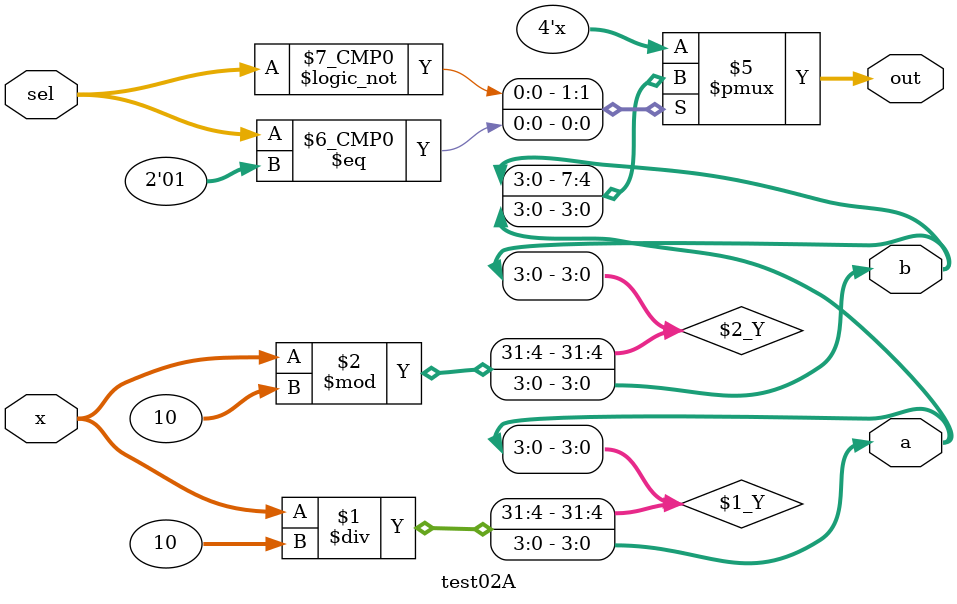
<source format=v>
module test02A (sel,out, x, a, b);
	input [1:0] sel;
	output [3:0] out;
	input [5:0] x;
	reg [3:0] out;
	output [3:0] a;
	output [3:0] b;

	assign a=x/10;
	assign b=x%10;

always @ (sel)
	begin
		case(sel)
			2'b00 : out = b;
			2'b01 : out = a;
		endcase
	end
endmodule
</source>
